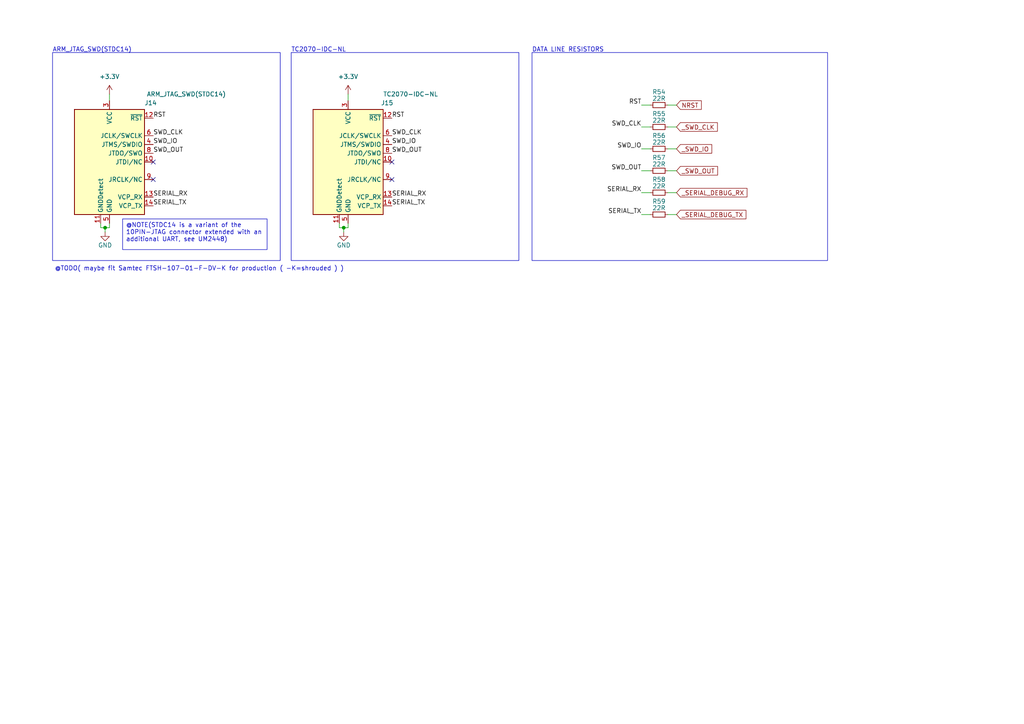
<source format=kicad_sch>
(kicad_sch (version 20231120) (generator "eeschema") (generator_version "8.0")
  (paper "A4")
  (lib_symbols
    (symbol "Connector:Conn_ST_STDC14"
      (property "Reference" "J" (at -8.89 16.51 0))
      (property "Value" "Conn_ST_STDC14" (at 17.78 16.51 0))
      (symbol "Conn_ST_STDC14_0_1"
        (rectangle (start -10.16 15.24) (end 10.16 -15.24) (stroke (width 0.254)) (fill (type background)))
      )
      (symbol "Conn_ST_STDC14_1_1"
        (pin no_connect line (at -10.16 5.08 0) (length 2.54) hide (name "NC") (number "1"))
        (pin output line (at 12.7 0 180) (length 2.54) (name "JTDI/NC") (number "10"))
        (pin passive line (at -2.54 -17.78 90) (length 2.54) (name "GNDDetect") (number "11"))
        (pin open_collector line (at 12.7 12.7 180) (length 2.54) (name "~{RST}") (number "12"))
        (pin output line (at 12.7 -10.16 180) (length 2.54) (name "VCP_RX") (number "13"))
        (pin input line (at 12.7 -12.7 180) (length 2.54) (name "VCP_TX") (number "14"))
        (pin no_connect line (at -10.16 2.54 0) (length 2.54) hide (name "NC") (number "2"))
        (pin power_in line (at 0 17.78 270) (length 2.54) (name "VCC") (number "3"))
        (pin bidirectional line (at 12.7 5.08 180) (length 2.54) (name "JTMS/SWDIO") (number "4"))
        (pin power_in line (at 0 -17.78 90) (length 2.54) (name "GND") (number "5"))
        (pin output line (at 12.7 7.62 180) (length 2.54) (name "JCLK/SWCLK") (number "6"))
        (pin passive line (at 0 -17.78 90) (length 2.54) hide (name "GND") (number "7"))
        (pin input line (at 12.7 2.54 180) (length 2.54) (name "JTDO/SWO") (number "8"))
        (pin input line (at 12.7 -5.08 180) (length 2.54) (name "JRCLK/NC") (number "9"))
      )
    )
    (symbol "Device:R_Small" (pin_numbers hide) (pin_names (offset 0.254) hide)
      (property "Reference" "R" (at 0.762 0.508 0))
      (property "Value" "R_Small" (at 0.762 -1.016 0))
      (symbol "R_Small_0_1"
        (rectangle (start -0.762 1.778) (end 0.762 -1.778) (stroke (width 0.2032)))
      )
      (symbol "R_Small_1_1"
        (pin passive line (at 0 2.54 270) (length 0.762) (name "~") (number "1"))
        (pin passive line (at 0 -2.54 90) (length 0.762) (name "~") (number "2"))
      )
    )
    (symbol "power:+3.3V" (power) (pin_names (offset 0))
      (property "Value" "+3.3V" (at 0 3.556 0))
      (symbol "+3.3V_0_1"
        (polyline (pts (xy -0.762 1.27) (xy 0 2.54)))
        (polyline (pts (xy 0 0) (xy 0 2.54)))
        (polyline (pts (xy 0 2.54) (xy 0.762 1.27)))
      )
      (symbol "+3.3V_1_1"
        (pin power_in line (at 0 0 90) (length 0) hide (name "+3.3V") (number "1"))
      )
    )
    (symbol "power:GND" (power) (pin_names (offset 0))
      (property "Value" "GND" (at 0 -3.81 0))
      (symbol "GND_0_1"
        (polyline (pts (xy 0 0) (xy 0 -1.27) (xy 1.27 -1.27) (xy 0 -2.54) (xy -1.27 -1.27) (xy 0 -1.27)))
      )
      (symbol "GND_1_1"
        (pin power_in line (at 0 0 270) (length 0) hide (name "GND") (number "1"))
      )
    )
  )
  (junction (at 99.695 66.04))
  (junction (at 30.48 66.04))
  (no_connect (at 44.45 46.99))
  (no_connect (at 44.45 52.07))
  (no_connect (at 113.665 52.07))
  (no_connect (at 113.665 46.99))
  (wire (pts (xy 30.48 66.04) (xy 31.75 66.04)))
  (wire (pts (xy 99.695 66.04) (xy 99.695 67.31)))
  (wire (pts (xy 193.675 30.48) (xy 196.215 30.48)))
  (wire (pts (xy 193.675 55.88) (xy 196.215 55.88)))
  (wire (pts (xy 98.425 66.04) (xy 99.695 66.04)))
  (wire (pts (xy 186.055 49.53) (xy 188.595 49.53)))
  (wire (pts (xy 186.055 36.83) (xy 188.595 36.83)))
  (wire (pts (xy 100.965 66.04) (xy 100.965 64.77)))
  (wire (pts (xy 31.75 66.04) (xy 31.75 64.77)))
  (wire (pts (xy 100.965 27.305) (xy 100.965 29.21)))
  (wire (pts (xy 193.675 62.23) (xy 196.215 62.23)))
  (wire (pts (xy 29.21 66.04) (xy 30.48 66.04)))
  (wire (pts (xy 186.055 62.23) (xy 188.595 62.23)))
  (wire (pts (xy 29.21 64.77) (xy 29.21 66.04)))
  (wire (pts (xy 193.675 49.53) (xy 196.215 49.53)))
  (wire (pts (xy 186.055 30.48) (xy 188.595 30.48)))
  (wire (pts (xy 193.675 36.83) (xy 196.215 36.83)))
  (wire (pts (xy 98.425 64.77) (xy 98.425 66.04)))
  (wire (pts (xy 99.695 66.04) (xy 100.965 66.04)))
  (wire (pts (xy 193.675 43.18) (xy 196.215 43.18)))
  (wire (pts (xy 30.48 66.04) (xy 30.48 67.31)))
  (wire (pts (xy 186.055 55.88) (xy 188.595 55.88)))
  (wire (pts (xy 31.75 27.305) (xy 31.75 29.21)))
  (wire (pts (xy 186.055 43.18) (xy 188.595 43.18)))
  (rectangle (start 84.455 15.24) (end 150.495 75.565))
  (rectangle (start 15.24 15.24) (end 81.28 75.565))
  (rectangle (start 154.305 15.24) (end 240.03 75.565))
  (text_box "@NOTE(STDC14 is a variant of the 10PIN-JTAG connector extended with an additional UART, see UM2448)" (at 35.56 63.5 0) (size 41.91 8.89) (effects (font (size 1.27 1.27)) (justify left top)))
  (text "DATA LINE RESISTORS" (at 154.305 15.24 0) (effects (font (size 1.27 1.27)) (justify left bottom)))
  (text "@TODO( maybe fit Samtec FTSH-107-01-F-DV-K for production ( -K=shrouded ) )" (at 15.875 78.74 0) (effects (font (size 1.27 1.27)) (justify left bottom)))
  (text "ARM_JTAG_SWD(STDC14)" (at 15.24 15.24 0) (effects (font (size 1.27 1.27)) (justify left bottom)))
  (text "TC2070-IDC-NL" (at 84.455 15.24 0) (effects (font (size 1.27 1.27)) (justify left bottom)))
  (label "SERIAL_TX" (at 44.45 59.69 0))
  (label "RST" (at 44.45 34.29 0))
  (label "SERIAL_RX" (at 186.055 55.88 180))
  (label "SWD_CLK" (at 113.665 39.37 0))
  (label "SWD_IO" (at 44.45 41.91 0))
  (label "SWD_IO" (at 186.055 43.18 180))
  (label "SWD_CLK" (at 186.055 36.83 180))
  (label "SWD_OUT" (at 44.45 44.45 0))
  (label "SERIAL_RX" (at 113.665 57.15 0))
  (label "SERIAL_TX" (at 186.055 62.23 180))
  (label "SERIAL_RX" (at 44.45 57.15 0))
  (label "RST" (at 186.055 30.48 180))
  (label "SWD_OUT" (at 113.665 44.45 0))
  (label "SERIAL_TX" (at 113.665 59.69 0))
  (label "RST" (at 113.665 34.29 0))
  (label "SWD_IO" (at 113.665 41.91 0))
  (label "SWD_OUT" (at 186.055 49.53 180))
  (label "SWD_CLK" (at 44.45 39.37 0))
  (global_label "_SWD_IO" (shape input) (at 196.215 43.18 0) (property "Intersheetrefs" "${INTERSHEET_REFS}" (effects (hide yes))))
  (global_label "_SERIAL_DEBUG_TX" (shape input) (at 196.215 62.23 0) (property "Intersheetrefs" "${INTERSHEET_REFS}" (effects (hide yes))))
  (global_label "_SERIAL_DEBUG_RX" (shape input) (at 196.215 55.88 0) (property "Intersheetrefs" "${INTERSHEET_REFS}" (effects (hide yes))))
  (global_label "NRST" (shape input) (at 196.215 30.48 0) (property "Intersheetrefs" "${INTERSHEET_REFS}" (effects (hide yes))))
  (global_label "_SWD_CLK" (shape input) (at 196.215 36.83 0) (property "Intersheetrefs" "${INTERSHEET_REFS}" (effects (hide yes))))
  (global_label "_SWD_OUT" (shape input) (at 196.215 49.53 0) (property "Intersheetrefs" "${INTERSHEET_REFS}" (effects (hide yes))))
  (symbol (lib_id "Device:R_Small") (at 191.135 36.83 90) (unit 1)
    (property "Reference" "R55" (at 191.135 33.02 90))
    (property "Value" "22R" (at 191.135 34.925 90))
    (property "Footprint" "Resistor_SMD:R_0402_1005Metric" (effects (hide yes)))
    (property "Description" "62.5mW" (effects (hide yes)))
    (property "JLCPCB" "C114765" (effects (hide yes)))
  )
  (symbol (lib_id "power:GND") (at 99.695 67.31 0) (unit 1)
    (property "Reference" "#PWR088" (effects (hide yes)))
    (property "Value" "GND" (at 99.695 71.12 0))
  )
  (symbol (lib_id "Device:R_Small") (at 191.135 55.88 90) (unit 1)
    (property "Reference" "R58" (at 191.135 52.07 90))
    (property "Value" "22R" (at 191.135 53.975 90))
    (property "Footprint" "Resistor_SMD:R_0402_1005Metric" (effects (hide yes)))
    (property "Description" "62.5mW" (effects (hide yes)))
    (property "JLCPCB" "C114765" (effects (hide yes)))
  )
  (symbol (lib_id "Connector:Conn_ST_STDC14") (at 31.75 46.99 0) (unit 1)
    (property "Reference" "J14" (at 41.91 29.845 0) (effects (justify left)))
    (property "Value" "ARM_JTAG_SWD(STDC14)" (at 42.545 27.305 0) (effects (justify left)))
    (property "Footprint" "Connector_PinHeader_1.27mm:PinHeader_2x07_P1.27mm_Vertical_SMD" (effects (hide yes)))
    (property "Datasheet" "https://www.st.com/content/ccc/resource/technical/document/user_manual/group1/99/49/91/b6/b2/3a/46/e5/DM00526767/files/DM00526767.pdf/jcr:content/translations/en.DM00526767.pdf" (effects (hide yes)))
    (property "JLCPCB" "C2881912" (effects (hide yes)))
  )
  (symbol (lib_id "power:+3.3V") (at 100.965 27.305 0) (unit 1)
    (property "Reference" "#PWR089" (effects (hide yes)))
    (property "Value" "+3.3V" (at 100.965 22.225 0))
  )
  (symbol (lib_id "Device:R_Small") (at 191.135 43.18 90) (unit 1)
    (property "Reference" "R56" (at 191.135 39.37 90))
    (property "Value" "22R" (at 191.135 41.275 90))
    (property "Footprint" "Resistor_SMD:R_0402_1005Metric" (effects (hide yes)))
    (property "Description" "62.5mW" (effects (hide yes)))
    (property "JLCPCB" "C114765" (effects (hide yes)))
  )
  (symbol (lib_id "Device:R_Small") (at 191.135 49.53 90) (unit 1)
    (property "Reference" "R57" (at 191.135 45.72 90))
    (property "Value" "22R" (at 191.135 47.625 90))
    (property "Footprint" "Resistor_SMD:R_0402_1005Metric" (effects (hide yes)))
    (property "Description" "62.5mW" (effects (hide yes)))
    (property "JLCPCB" "C114765" (effects (hide yes)))
  )
  (symbol (lib_id "power:+3.3V") (at 31.75 27.305 0) (unit 1)
    (property "Reference" "#PWR087" (effects (hide yes)))
    (property "Value" "+3.3V" (at 31.75 22.225 0))
  )
  (symbol (lib_id "Device:R_Small") (at 191.135 62.23 90) (unit 1)
    (property "Reference" "R59" (at 191.135 58.42 90))
    (property "Value" "22R" (at 191.135 60.325 90))
    (property "Footprint" "Resistor_SMD:R_0402_1005Metric" (effects (hide yes)))
    (property "Description" "62.5mW" (effects (hide yes)))
    (property "JLCPCB" "C114765" (effects (hide yes)))
  )
  (symbol (lib_id "Connector:Conn_ST_STDC14") (at 100.965 46.99 0) (unit 1) (in_bom no)
    (property "Reference" "J15" (at 110.49 29.845 0) (effects (justify left)))
    (property "Value" "TC2070-IDC-NL" (at 111.125 27.305 0) (effects (justify left)))
    (property "Footprint" "Tag-Connect:TC2070-IDC-NL" (effects (hide yes)))
    (property "Datasheet" "https://www.st.com/content/ccc/resource/technical/document/user_manual/group1/99/49/91/b6/b2/3a/46/e5/DM00526767/files/DM00526767.pdf/jcr:content/translations/en.DM00526767.pdf" (effects (hide yes)))
    (property "JLCPCB" "DNF" (effects (hide yes)))
  )
  (symbol (lib_id "Device:R_Small") (at 191.135 30.48 90) (unit 1)
    (property "Reference" "R54" (at 191.135 26.67 90))
    (property "Value" "22R" (at 191.135 28.575 90))
    (property "Footprint" "Resistor_SMD:R_0402_1005Metric" (effects (hide yes)))
    (property "Description" "62.5mW" (effects (hide yes)))
    (property "JLCPCB" "C114765" (effects (hide yes)))
  )
  (symbol (lib_id "power:GND") (at 30.48 67.31 0) (unit 1)
    (property "Reference" "#PWR086" (effects (hide yes)))
    (property "Value" "GND" (at 30.48 71.12 0))
  )
)
</source>
